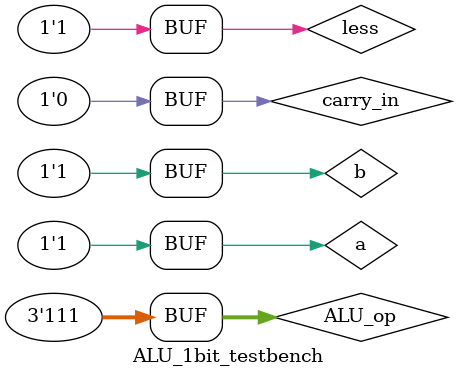
<source format=v>
`define DELAY 20

module ALU_1bit_testbench;
   reg a;
   reg b;
   reg [2:0] ALU_op;
   reg carry_in;
   reg less;
   wire carry_out;
   wire result;
   
	ALU_1bit  alu1 (a, b, ALU_op, carry_in, less, carry_out, result);

	initial begin
		// OPCODE: 000 AND
		a = 1'b0; b = 1'b0; carry_in = 1'b0; less = 1'b0; ALU_op = 3'b000;
		#`DELAY;
		a = 1'b0; b = 1'b1; carry_in = 1'b0; less = 1'b0; ALU_op = 3'b000;
		#`DELAY;
		a = 1'b1; b = 1'b0; carry_in = 1'b0; less = 1'b0; ALU_op = 3'b000;
		#`DELAY;
		a = 1'b1; b = 1'b1; carry_in = 1'b0; less = 1'b0; ALU_op = 3'b000;
		#`DELAY;
		
		// OPCODE: 001 OR
		a = 1'b0; b = 1'b0; carry_in = 1'b0; less = 1'b0; ALU_op = 3'b001;
		#`DELAY;
		a = 1'b0; b = 1'b1; carry_in = 1'b0; less = 1'b0; ALU_op = 3'b001;
		#`DELAY;
		a = 1'b1; b = 1'b0; carry_in = 1'b0; less = 1'b0; ALU_op = 3'b001;
		#`DELAY;
		a = 1'b1; b = 1'b1; carry_in = 1'b0; less = 1'b0; ALU_op = 3'b001;
		#`DELAY;
		
		// OPCODE: 010 ADD
		a = 1'b0; b = 1'b0; carry_in = 1'b0; less = 1'b0; ALU_op = 3'b010;
		#`DELAY;
		a = 1'b0; b = 1'b1; carry_in = 1'b0; less = 1'b0; ALU_op = 3'b010;
		#`DELAY;
		a = 1'b1; b = 1'b0; carry_in = 1'b0; less = 1'b0; ALU_op = 3'b010;
		#`DELAY;
		a = 1'b1; b = 1'b1; carry_in = 1'b0; less = 1'b0; ALU_op = 3'b010;
		#`DELAY;
		a = 1'b0; b = 1'b0; carry_in = 1'b1; less = 1'b0; ALU_op = 3'b010;
		#`DELAY;
		a = 1'b0; b = 1'b1; carry_in = 1'b1; less = 1'b0; ALU_op = 3'b010;
		#`DELAY;
		a = 1'b1; b = 1'b0; carry_in = 1'b1; less = 1'b0; ALU_op = 3'b010;
		#`DELAY;
		a = 1'b1; b = 1'b1; carry_in = 1'b1; less = 1'b0; ALU_op = 3'b010;
		#`DELAY;
		
		// OPCODE: 011 SUBSTRACT
		a = 1'b0; b = 1'b0; carry_in = 1'b0; less = 1'b0; ALU_op = 3'b011;
		#`DELAY;
		a = 1'b0; b = 1'b1; carry_in = 1'b0; less = 1'b0; ALU_op = 3'b011;
		#`DELAY;
		a = 1'b1; b = 1'b0; carry_in = 1'b0; less = 1'b0; ALU_op = 3'b011;
		#`DELAY;
		a = 1'b1; b = 1'b1; carry_in = 1'b0; less = 1'b0; ALU_op = 3'b011;
		#`DELAY;
		a = 1'b0; b = 1'b0; carry_in = 1'b1; less = 1'b0; ALU_op = 3'b011;
		#`DELAY;
		a = 1'b0; b = 1'b1; carry_in = 1'b1; less = 1'b0; ALU_op = 3'b011;
		#`DELAY;
		a = 1'b1; b = 1'b0; carry_in = 1'b1; less = 1'b0; ALU_op = 3'b011;
		#`DELAY;
		a = 1'b1; b = 1'b1; carry_in = 1'b1; less = 1'b0; ALU_op = 3'b011;
		#`DELAY;
		
		// OPCODE: 111 SET ON LESS THAN
		a = 1'b0; b = 1'b0; carry_in = 1'b0; less = 1'b0; ALU_op = 3'b111;
		#`DELAY;
		a = 1'b0; b = 1'b1; carry_in = 1'b0; less = 1'b0; ALU_op = 3'b111;
		#`DELAY;
		a = 1'b1; b = 1'b0; carry_in = 1'b0; less = 1'b0; ALU_op = 3'b111;
		#`DELAY;
		a = 1'b1; b = 1'b1; carry_in = 1'b0; less = 1'b0; ALU_op = 3'b111;
		#`DELAY;
		a = 1'b0; b = 1'b0; carry_in = 1'b0; less = 1'b1; ALU_op = 3'b111;
		#`DELAY;
		a = 1'b0; b = 1'b1; carry_in = 1'b0; less = 1'b1; ALU_op = 3'b111;
		#`DELAY;
		a = 1'b1; b = 1'b0; carry_in = 1'b0; less = 1'b1; ALU_op = 3'b111;
		#`DELAY
		a = 1'b1; b = 1'b1; carry_in = 1'b0; less = 1'b1; ALU_op = 3'b111;
		#`DELAY;
	end
	 
	initial begin
		$monitor("time = %2d, a =%1b, b=%1b, carry_in =%1b, less=%1b, ALU_op =%3b, carry_out =%1b, result=%1b", $time, a, b, carry_in, less, ALU_op, carry_out, result);
	end
endmodule
</source>
